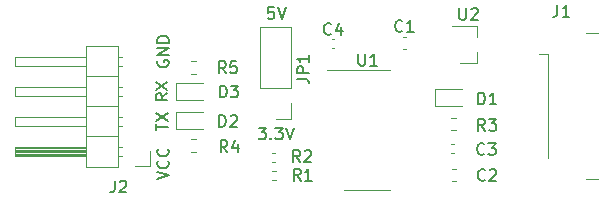
<source format=gbr>
G04 #@! TF.GenerationSoftware,KiCad,Pcbnew,(5.1.10)-1*
G04 #@! TF.CreationDate,2021-06-05T02:46:31+08:00*
G04 #@! TF.ProjectId,ch340,63683334-302e-46b6-9963-61645f706362,rev?*
G04 #@! TF.SameCoordinates,Original*
G04 #@! TF.FileFunction,Legend,Top*
G04 #@! TF.FilePolarity,Positive*
%FSLAX46Y46*%
G04 Gerber Fmt 4.6, Leading zero omitted, Abs format (unit mm)*
G04 Created by KiCad (PCBNEW (5.1.10)-1) date 2021-06-05 02:46:31*
%MOMM*%
%LPD*%
G01*
G04 APERTURE LIST*
%ADD10C,0.150000*%
%ADD11C,0.120000*%
G04 APERTURE END LIST*
D10*
X133075703Y-89797640D02*
X132599513Y-89797640D01*
X132551894Y-90273831D01*
X132599513Y-90226212D01*
X132694751Y-90178593D01*
X132932846Y-90178593D01*
X133028084Y-90226212D01*
X133075703Y-90273831D01*
X133123322Y-90369069D01*
X133123322Y-90607164D01*
X133075703Y-90702402D01*
X133028084Y-90750021D01*
X132932846Y-90797640D01*
X132694751Y-90797640D01*
X132599513Y-90750021D01*
X132551894Y-90702402D01*
X133409037Y-89797640D02*
X133742370Y-90797640D01*
X134075703Y-89797640D01*
X131779829Y-99990660D02*
X132398877Y-99990660D01*
X132065543Y-100371613D01*
X132208400Y-100371613D01*
X132303639Y-100419232D01*
X132351258Y-100466851D01*
X132398877Y-100562089D01*
X132398877Y-100800184D01*
X132351258Y-100895422D01*
X132303639Y-100943041D01*
X132208400Y-100990660D01*
X131922686Y-100990660D01*
X131827448Y-100943041D01*
X131779829Y-100895422D01*
X132827448Y-100895422D02*
X132875067Y-100943041D01*
X132827448Y-100990660D01*
X132779829Y-100943041D01*
X132827448Y-100895422D01*
X132827448Y-100990660D01*
X133208400Y-99990660D02*
X133827448Y-99990660D01*
X133494115Y-100371613D01*
X133636972Y-100371613D01*
X133732210Y-100419232D01*
X133779829Y-100466851D01*
X133827448Y-100562089D01*
X133827448Y-100800184D01*
X133779829Y-100895422D01*
X133732210Y-100943041D01*
X133636972Y-100990660D01*
X133351258Y-100990660D01*
X133256020Y-100943041D01*
X133208400Y-100895422D01*
X134113162Y-99990660D02*
X134446496Y-100990660D01*
X134779829Y-99990660D01*
X123201180Y-104376053D02*
X124201180Y-104042720D01*
X123201180Y-103709386D01*
X124105942Y-102804624D02*
X124153561Y-102852243D01*
X124201180Y-102995100D01*
X124201180Y-103090339D01*
X124153561Y-103233196D01*
X124058323Y-103328434D01*
X123963085Y-103376053D01*
X123772609Y-103423672D01*
X123629752Y-103423672D01*
X123439276Y-103376053D01*
X123344038Y-103328434D01*
X123248800Y-103233196D01*
X123201180Y-103090339D01*
X123201180Y-102995100D01*
X123248800Y-102852243D01*
X123296419Y-102804624D01*
X124105942Y-101804624D02*
X124153561Y-101852243D01*
X124201180Y-101995100D01*
X124201180Y-102090339D01*
X124153561Y-102233196D01*
X124058323Y-102328434D01*
X123963085Y-102376053D01*
X123772609Y-102423672D01*
X123629752Y-102423672D01*
X123439276Y-102376053D01*
X123344038Y-102328434D01*
X123248800Y-102233196D01*
X123201180Y-102090339D01*
X123201180Y-101995100D01*
X123248800Y-101852243D01*
X123296419Y-101804624D01*
X123135140Y-100230844D02*
X123135140Y-99659416D01*
X124135140Y-99945130D02*
X123135140Y-99945130D01*
X123135140Y-99421320D02*
X124135140Y-98754654D01*
X123135140Y-98754654D02*
X124135140Y-99421320D01*
X124069100Y-97100686D02*
X123592910Y-97434020D01*
X124069100Y-97672115D02*
X123069100Y-97672115D01*
X123069100Y-97291162D01*
X123116720Y-97195924D01*
X123164339Y-97148305D01*
X123259577Y-97100686D01*
X123402434Y-97100686D01*
X123497672Y-97148305D01*
X123545291Y-97195924D01*
X123592910Y-97291162D01*
X123592910Y-97672115D01*
X123069100Y-96767353D02*
X124069100Y-96100686D01*
X123069100Y-96100686D02*
X124069100Y-96767353D01*
X123228480Y-94320264D02*
X123180860Y-94415502D01*
X123180860Y-94558360D01*
X123228480Y-94701217D01*
X123323718Y-94796455D01*
X123418956Y-94844074D01*
X123609432Y-94891693D01*
X123752289Y-94891693D01*
X123942765Y-94844074D01*
X124038003Y-94796455D01*
X124133241Y-94701217D01*
X124180860Y-94558360D01*
X124180860Y-94463121D01*
X124133241Y-94320264D01*
X124085622Y-94272645D01*
X123752289Y-94272645D01*
X123752289Y-94463121D01*
X124180860Y-93844074D02*
X123180860Y-93844074D01*
X124180860Y-93272645D01*
X123180860Y-93272645D01*
X124180860Y-92796455D02*
X123180860Y-92796455D01*
X123180860Y-92558360D01*
X123228480Y-92415502D01*
X123323718Y-92320264D01*
X123418956Y-92272645D01*
X123609432Y-92225026D01*
X123752289Y-92225026D01*
X123942765Y-92272645D01*
X124038003Y-92320264D01*
X124133241Y-92415502D01*
X124180860Y-92558360D01*
X124180860Y-92796455D01*
D11*
X143976420Y-92342200D02*
X144257580Y-92342200D01*
X143976420Y-93362200D02*
X144257580Y-93362200D01*
X148184420Y-104475000D02*
X148465580Y-104475000D01*
X148184420Y-103455000D02*
X148465580Y-103455000D01*
X148080164Y-101410000D02*
X148295836Y-101410000D01*
X148080164Y-102130000D02*
X148295836Y-102130000D01*
X137997164Y-93212200D02*
X138212836Y-93212200D01*
X137997164Y-92492200D02*
X138212836Y-92492200D01*
X149047000Y-96686700D02*
X146762000Y-96686700D01*
X146762000Y-96686700D02*
X146762000Y-98156700D01*
X146762000Y-98156700D02*
X149047000Y-98156700D01*
X127076000Y-98662800D02*
X124791000Y-98662800D01*
X124791000Y-98662800D02*
X124791000Y-100132800D01*
X124791000Y-100132800D02*
X127076000Y-100132800D01*
X124791000Y-97691800D02*
X127076000Y-97691800D01*
X124791000Y-96221800D02*
X124791000Y-97691800D01*
X127076000Y-96221800D02*
X124791000Y-96221800D01*
X156305000Y-93765900D02*
X155550000Y-93765900D01*
X159475000Y-104310900D02*
X160525000Y-104310900D01*
X159475000Y-92020900D02*
X160525000Y-92020900D01*
X156305000Y-93765900D02*
X156305000Y-102565900D01*
X122560000Y-103279000D02*
X121290000Y-103279000D01*
X122560000Y-102009000D02*
X122560000Y-103279000D01*
X120247071Y-94009000D02*
X119850000Y-94009000D01*
X120247071Y-94769000D02*
X119850000Y-94769000D01*
X111190000Y-94009000D02*
X117190000Y-94009000D01*
X111190000Y-94769000D02*
X111190000Y-94009000D01*
X117190000Y-94769000D02*
X111190000Y-94769000D01*
X119850000Y-95659000D02*
X117190000Y-95659000D01*
X120247071Y-96549000D02*
X119850000Y-96549000D01*
X120247071Y-97309000D02*
X119850000Y-97309000D01*
X111190000Y-96549000D02*
X117190000Y-96549000D01*
X111190000Y-97309000D02*
X111190000Y-96549000D01*
X117190000Y-97309000D02*
X111190000Y-97309000D01*
X119850000Y-98199000D02*
X117190000Y-98199000D01*
X120247071Y-99089000D02*
X119850000Y-99089000D01*
X120247071Y-99849000D02*
X119850000Y-99849000D01*
X111190000Y-99089000D02*
X117190000Y-99089000D01*
X111190000Y-99849000D02*
X111190000Y-99089000D01*
X117190000Y-99849000D02*
X111190000Y-99849000D01*
X119850000Y-100739000D02*
X117190000Y-100739000D01*
X120180000Y-101629000D02*
X119850000Y-101629000D01*
X120180000Y-102389000D02*
X119850000Y-102389000D01*
X117190000Y-101729000D02*
X111190000Y-101729000D01*
X117190000Y-101849000D02*
X111190000Y-101849000D01*
X117190000Y-101969000D02*
X111190000Y-101969000D01*
X117190000Y-102089000D02*
X111190000Y-102089000D01*
X117190000Y-102209000D02*
X111190000Y-102209000D01*
X117190000Y-102329000D02*
X111190000Y-102329000D01*
X111190000Y-101629000D02*
X117190000Y-101629000D01*
X111190000Y-102389000D02*
X111190000Y-101629000D01*
X117190000Y-102389000D02*
X111190000Y-102389000D01*
X117190000Y-103339000D02*
X119850000Y-103339000D01*
X117190000Y-93059000D02*
X117190000Y-103339000D01*
X119850000Y-93059000D02*
X117190000Y-93059000D01*
X119850000Y-103339000D02*
X119850000Y-93059000D01*
X134560000Y-99252000D02*
X133230000Y-99252000D01*
X134560000Y-97922000D02*
X134560000Y-99252000D01*
X134560000Y-96652000D02*
X131900000Y-96652000D01*
X131900000Y-96652000D02*
X131900000Y-91512000D01*
X134560000Y-96652000D02*
X134560000Y-91512000D01*
X134560000Y-91512000D02*
X131900000Y-91512000D01*
X132957359Y-104434000D02*
X133264641Y-104434000D01*
X132957359Y-103674000D02*
X133264641Y-103674000D01*
X132904359Y-102101000D02*
X133211641Y-102101000D01*
X132904359Y-102861000D02*
X133211641Y-102861000D01*
X148042742Y-99144500D02*
X148517258Y-99144500D01*
X148042742Y-100189500D02*
X148517258Y-100189500D01*
X126038742Y-102036500D02*
X126513258Y-102036500D01*
X126038742Y-100991500D02*
X126513258Y-100991500D01*
X126038742Y-95419400D02*
X126513258Y-95419400D01*
X126038742Y-94374400D02*
X126513258Y-94374400D01*
X141003000Y-95128000D02*
X137553000Y-95128000D01*
X141003000Y-95128000D02*
X142953000Y-95128000D01*
X141003000Y-105248000D02*
X139053000Y-105248000D01*
X141003000Y-105248000D02*
X142953000Y-105248000D01*
X150300000Y-94510900D02*
X148840000Y-94510900D01*
X150300000Y-91350900D02*
X148140000Y-91350900D01*
X150300000Y-91350900D02*
X150300000Y-92280900D01*
X150300000Y-94510900D02*
X150300000Y-93580900D01*
D10*
X143950333Y-91779342D02*
X143902714Y-91826961D01*
X143759857Y-91874580D01*
X143664619Y-91874580D01*
X143521761Y-91826961D01*
X143426523Y-91731723D01*
X143378904Y-91636485D01*
X143331285Y-91446009D01*
X143331285Y-91303152D01*
X143378904Y-91112676D01*
X143426523Y-91017438D01*
X143521761Y-90922200D01*
X143664619Y-90874580D01*
X143759857Y-90874580D01*
X143902714Y-90922200D01*
X143950333Y-90969819D01*
X144902714Y-91874580D02*
X144331285Y-91874580D01*
X144617000Y-91874580D02*
X144617000Y-90874580D01*
X144521761Y-91017438D01*
X144426523Y-91112676D01*
X144331285Y-91160295D01*
X150968033Y-104395802D02*
X150920414Y-104443421D01*
X150777557Y-104491040D01*
X150682319Y-104491040D01*
X150539461Y-104443421D01*
X150444223Y-104348183D01*
X150396604Y-104252945D01*
X150348985Y-104062469D01*
X150348985Y-103919612D01*
X150396604Y-103729136D01*
X150444223Y-103633898D01*
X150539461Y-103538660D01*
X150682319Y-103491040D01*
X150777557Y-103491040D01*
X150920414Y-103538660D01*
X150968033Y-103586279D01*
X151348985Y-103586279D02*
X151396604Y-103538660D01*
X151491842Y-103491040D01*
X151729938Y-103491040D01*
X151825176Y-103538660D01*
X151872795Y-103586279D01*
X151920414Y-103681517D01*
X151920414Y-103776755D01*
X151872795Y-103919612D01*
X151301366Y-104491040D01*
X151920414Y-104491040D01*
X150912153Y-102211002D02*
X150864534Y-102258621D01*
X150721677Y-102306240D01*
X150626439Y-102306240D01*
X150483581Y-102258621D01*
X150388343Y-102163383D01*
X150340724Y-102068145D01*
X150293105Y-101877669D01*
X150293105Y-101734812D01*
X150340724Y-101544336D01*
X150388343Y-101449098D01*
X150483581Y-101353860D01*
X150626439Y-101306240D01*
X150721677Y-101306240D01*
X150864534Y-101353860D01*
X150912153Y-101401479D01*
X151245486Y-101306240D02*
X151864534Y-101306240D01*
X151531200Y-101687193D01*
X151674058Y-101687193D01*
X151769296Y-101734812D01*
X151816915Y-101782431D01*
X151864534Y-101877669D01*
X151864534Y-102115764D01*
X151816915Y-102211002D01*
X151769296Y-102258621D01*
X151674058Y-102306240D01*
X151388343Y-102306240D01*
X151293105Y-102258621D01*
X151245486Y-102211002D01*
X137938333Y-92049342D02*
X137890714Y-92096961D01*
X137747857Y-92144580D01*
X137652619Y-92144580D01*
X137509761Y-92096961D01*
X137414523Y-92001723D01*
X137366904Y-91906485D01*
X137319285Y-91716009D01*
X137319285Y-91573152D01*
X137366904Y-91382676D01*
X137414523Y-91287438D01*
X137509761Y-91192200D01*
X137652619Y-91144580D01*
X137747857Y-91144580D01*
X137890714Y-91192200D01*
X137938333Y-91239819D01*
X138795476Y-91477914D02*
X138795476Y-92144580D01*
X138557380Y-91096961D02*
X138319285Y-91811247D01*
X138938333Y-91811247D01*
X150388984Y-98031520D02*
X150388984Y-97031520D01*
X150627080Y-97031520D01*
X150769937Y-97079140D01*
X150865175Y-97174378D01*
X150912794Y-97269616D01*
X150960413Y-97460092D01*
X150960413Y-97602949D01*
X150912794Y-97793425D01*
X150865175Y-97888663D01*
X150769937Y-97983901D01*
X150627080Y-98031520D01*
X150388984Y-98031520D01*
X151912794Y-98031520D02*
X151341365Y-98031520D01*
X151627080Y-98031520D02*
X151627080Y-97031520D01*
X151531841Y-97174378D01*
X151436603Y-97269616D01*
X151341365Y-97317235D01*
X128461444Y-99931460D02*
X128461444Y-98931460D01*
X128699540Y-98931460D01*
X128842397Y-98979080D01*
X128937635Y-99074318D01*
X128985254Y-99169556D01*
X129032873Y-99360032D01*
X129032873Y-99502889D01*
X128985254Y-99693365D01*
X128937635Y-99788603D01*
X128842397Y-99883841D01*
X128699540Y-99931460D01*
X128461444Y-99931460D01*
X129413825Y-99026699D02*
X129461444Y-98979080D01*
X129556682Y-98931460D01*
X129794778Y-98931460D01*
X129890016Y-98979080D01*
X129937635Y-99026699D01*
X129985254Y-99121937D01*
X129985254Y-99217175D01*
X129937635Y-99360032D01*
X129366206Y-99931460D01*
X129985254Y-99931460D01*
X128509704Y-97437120D02*
X128509704Y-96437120D01*
X128747800Y-96437120D01*
X128890657Y-96484740D01*
X128985895Y-96579978D01*
X129033514Y-96675216D01*
X129081133Y-96865692D01*
X129081133Y-97008549D01*
X129033514Y-97199025D01*
X128985895Y-97294263D01*
X128890657Y-97389501D01*
X128747800Y-97437120D01*
X128509704Y-97437120D01*
X129414466Y-96437120D02*
X130033514Y-96437120D01*
X129700180Y-96818073D01*
X129843038Y-96818073D01*
X129938276Y-96865692D01*
X129985895Y-96913311D01*
X130033514Y-97008549D01*
X130033514Y-97246644D01*
X129985895Y-97341882D01*
X129938276Y-97389501D01*
X129843038Y-97437120D01*
X129557323Y-97437120D01*
X129462085Y-97389501D01*
X129414466Y-97341882D01*
X157091666Y-89618280D02*
X157091666Y-90332566D01*
X157044047Y-90475423D01*
X156948809Y-90570661D01*
X156805952Y-90618280D01*
X156710714Y-90618280D01*
X158091666Y-90618280D02*
X157520238Y-90618280D01*
X157805952Y-90618280D02*
X157805952Y-89618280D01*
X157710714Y-89761138D01*
X157615476Y-89856376D01*
X157520238Y-89903995D01*
X119592686Y-104473820D02*
X119592686Y-105188106D01*
X119545067Y-105330963D01*
X119449829Y-105426201D01*
X119306972Y-105473820D01*
X119211734Y-105473820D01*
X120021258Y-104569059D02*
X120068877Y-104521440D01*
X120164115Y-104473820D01*
X120402210Y-104473820D01*
X120497448Y-104521440D01*
X120545067Y-104569059D01*
X120592686Y-104664297D01*
X120592686Y-104759535D01*
X120545067Y-104902392D01*
X119973639Y-105473820D01*
X120592686Y-105473820D01*
X135034420Y-95859733D02*
X135748706Y-95859733D01*
X135891563Y-95907352D01*
X135986801Y-96002590D01*
X136034420Y-96145447D01*
X136034420Y-96240685D01*
X136034420Y-95383542D02*
X135034420Y-95383542D01*
X135034420Y-95002590D01*
X135082040Y-94907352D01*
X135129659Y-94859733D01*
X135224897Y-94812114D01*
X135367754Y-94812114D01*
X135462992Y-94859733D01*
X135510611Y-94907352D01*
X135558230Y-95002590D01*
X135558230Y-95383542D01*
X136034420Y-93859733D02*
X136034420Y-94431161D01*
X136034420Y-94145447D02*
X135034420Y-94145447D01*
X135177278Y-94240685D01*
X135272516Y-94335923D01*
X135320135Y-94431161D01*
X135341953Y-104468280D02*
X135008620Y-103992090D01*
X134770524Y-104468280D02*
X134770524Y-103468280D01*
X135151477Y-103468280D01*
X135246715Y-103515900D01*
X135294334Y-103563519D01*
X135341953Y-103658757D01*
X135341953Y-103801614D01*
X135294334Y-103896852D01*
X135246715Y-103944471D01*
X135151477Y-103992090D01*
X134770524Y-103992090D01*
X136294334Y-104468280D02*
X135722905Y-104468280D01*
X136008620Y-104468280D02*
X136008620Y-103468280D01*
X135913381Y-103611138D01*
X135818143Y-103706376D01*
X135722905Y-103753995D01*
X135304333Y-102902900D02*
X134971000Y-102426710D01*
X134732904Y-102902900D02*
X134732904Y-101902900D01*
X135113857Y-101902900D01*
X135209095Y-101950520D01*
X135256714Y-101998139D01*
X135304333Y-102093377D01*
X135304333Y-102236234D01*
X135256714Y-102331472D01*
X135209095Y-102379091D01*
X135113857Y-102426710D01*
X134732904Y-102426710D01*
X135685285Y-101998139D02*
X135732904Y-101950520D01*
X135828142Y-101902900D01*
X136066238Y-101902900D01*
X136161476Y-101950520D01*
X136209095Y-101998139D01*
X136256714Y-102093377D01*
X136256714Y-102188615D01*
X136209095Y-102331472D01*
X135637666Y-102902900D01*
X136256714Y-102902900D01*
X150955593Y-100248920D02*
X150622260Y-99772730D01*
X150384164Y-100248920D02*
X150384164Y-99248920D01*
X150765117Y-99248920D01*
X150860355Y-99296540D01*
X150907974Y-99344159D01*
X150955593Y-99439397D01*
X150955593Y-99582254D01*
X150907974Y-99677492D01*
X150860355Y-99725111D01*
X150765117Y-99772730D01*
X150384164Y-99772730D01*
X151288926Y-99248920D02*
X151907974Y-99248920D01*
X151574640Y-99629873D01*
X151717498Y-99629873D01*
X151812736Y-99677492D01*
X151860355Y-99725111D01*
X151907974Y-99820349D01*
X151907974Y-100058444D01*
X151860355Y-100153682D01*
X151812736Y-100201301D01*
X151717498Y-100248920D01*
X151431783Y-100248920D01*
X151336545Y-100201301D01*
X151288926Y-100153682D01*
X129144633Y-102070520D02*
X128811300Y-101594330D01*
X128573204Y-102070520D02*
X128573204Y-101070520D01*
X128954157Y-101070520D01*
X129049395Y-101118140D01*
X129097014Y-101165759D01*
X129144633Y-101260997D01*
X129144633Y-101403854D01*
X129097014Y-101499092D01*
X129049395Y-101546711D01*
X128954157Y-101594330D01*
X128573204Y-101594330D01*
X130001776Y-101403854D02*
X130001776Y-102070520D01*
X129763680Y-101022901D02*
X129525585Y-101737187D01*
X130144633Y-101737187D01*
X129010013Y-95392460D02*
X128676680Y-94916270D01*
X128438584Y-95392460D02*
X128438584Y-94392460D01*
X128819537Y-94392460D01*
X128914775Y-94440080D01*
X128962394Y-94487699D01*
X129010013Y-94582937D01*
X129010013Y-94725794D01*
X128962394Y-94821032D01*
X128914775Y-94868651D01*
X128819537Y-94916270D01*
X128438584Y-94916270D01*
X129914775Y-94392460D02*
X129438584Y-94392460D01*
X129390965Y-94868651D01*
X129438584Y-94821032D01*
X129533822Y-94773413D01*
X129771918Y-94773413D01*
X129867156Y-94821032D01*
X129914775Y-94868651D01*
X129962394Y-94963889D01*
X129962394Y-95201984D01*
X129914775Y-95297222D01*
X129867156Y-95344841D01*
X129771918Y-95392460D01*
X129533822Y-95392460D01*
X129438584Y-95344841D01*
X129390965Y-95297222D01*
X140241095Y-93740380D02*
X140241095Y-94549904D01*
X140288714Y-94645142D01*
X140336333Y-94692761D01*
X140431571Y-94740380D01*
X140622047Y-94740380D01*
X140717285Y-94692761D01*
X140764904Y-94645142D01*
X140812523Y-94549904D01*
X140812523Y-93740380D01*
X141812523Y-94740380D02*
X141241095Y-94740380D01*
X141526809Y-94740380D02*
X141526809Y-93740380D01*
X141431571Y-93883238D01*
X141336333Y-93978476D01*
X141241095Y-94026095D01*
X148778095Y-89883280D02*
X148778095Y-90692804D01*
X148825714Y-90788042D01*
X148873333Y-90835661D01*
X148968571Y-90883280D01*
X149159047Y-90883280D01*
X149254285Y-90835661D01*
X149301904Y-90788042D01*
X149349523Y-90692804D01*
X149349523Y-89883280D01*
X149778095Y-89978519D02*
X149825714Y-89930900D01*
X149920952Y-89883280D01*
X150159047Y-89883280D01*
X150254285Y-89930900D01*
X150301904Y-89978519D01*
X150349523Y-90073757D01*
X150349523Y-90168995D01*
X150301904Y-90311852D01*
X149730476Y-90883280D01*
X150349523Y-90883280D01*
M02*

</source>
